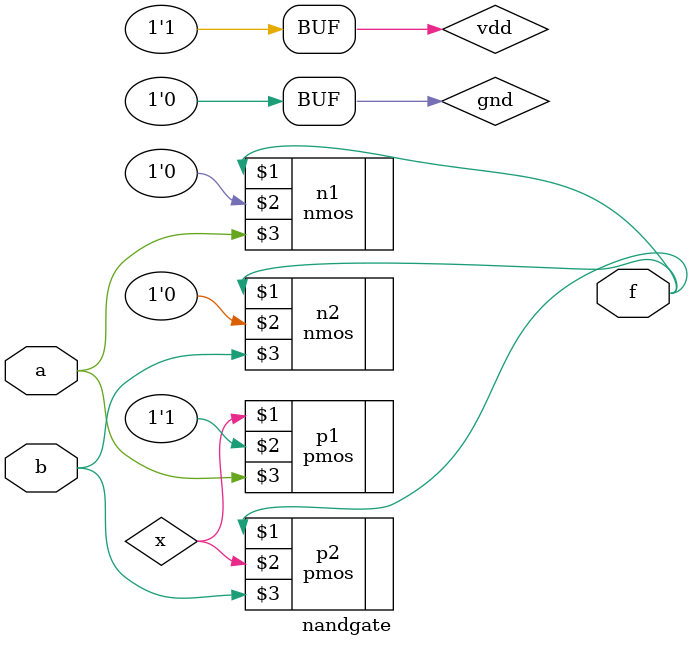
<source format=v>
module nandgate (a,b,f);
    input a,b;
    output f;
    wire x;
    supply1 vdd;
    supply0 gnd;
    pmos p1(x,vdd,a);
    pmos p2(f,x,b);
    nmos n1(f,gnd,a);
    nmos n2(f,gnd,b);

endmodule
</source>
